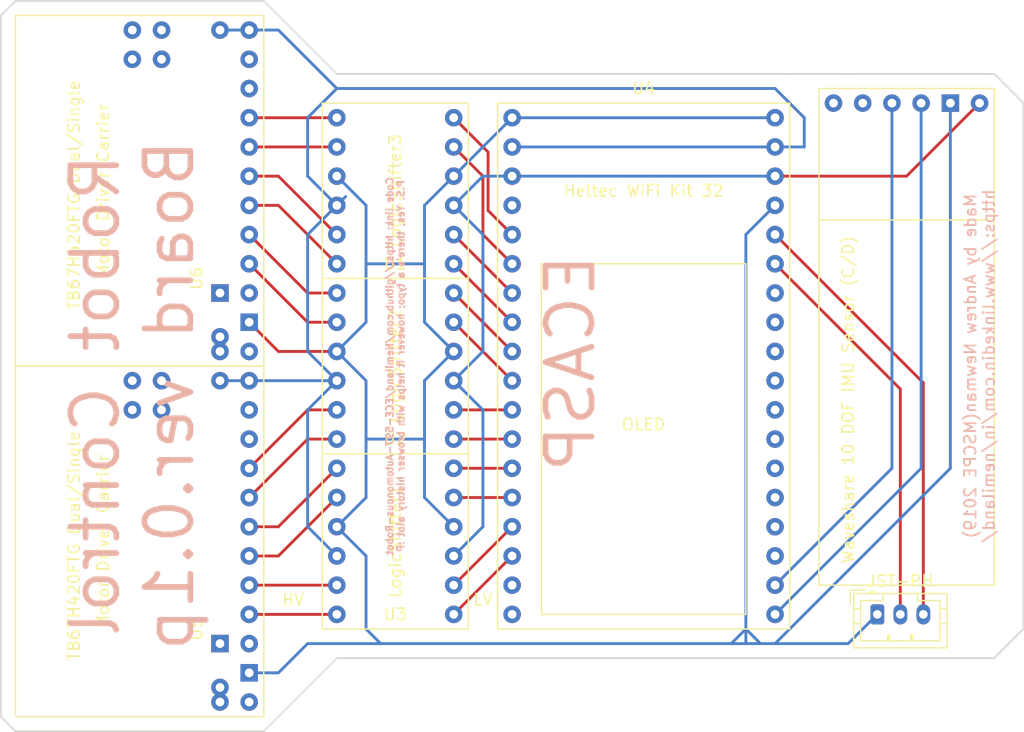
<source format=kicad_pcb>
(kicad_pcb (version 20171130) (host pcbnew "(5.1.2)-2")

  (general
    (thickness 1.6)
    (drawings 24)
    (tracks 115)
    (zones 0)
    (modules 12)
    (nets 58)
  )

  (page A4)
  (layers
    (0 F.Cu signal)
    (31 B.Cu signal)
    (32 B.Adhes user)
    (33 F.Adhes user)
    (34 B.Paste user)
    (35 F.Paste user)
    (36 B.SilkS user)
    (37 F.SilkS user)
    (38 B.Mask user)
    (39 F.Mask user)
    (40 Dwgs.User user)
    (41 Cmts.User user)
    (42 Eco1.User user)
    (43 Eco2.User user)
    (44 Edge.Cuts user)
    (45 Margin user)
    (46 B.CrtYd user)
    (47 F.CrtYd user)
    (48 B.Fab user)
    (49 F.Fab user)
  )

  (setup
    (last_trace_width 0.25)
    (trace_clearance 0.2)
    (zone_clearance 0.508)
    (zone_45_only no)
    (trace_min 0.2)
    (via_size 0.8)
    (via_drill 0.4)
    (via_min_size 0.4)
    (via_min_drill 0.3)
    (uvia_size 0.3)
    (uvia_drill 0.1)
    (uvias_allowed no)
    (uvia_min_size 0.2)
    (uvia_min_drill 0.1)
    (edge_width 0.15)
    (segment_width 0.2)
    (pcb_text_width 0.3)
    (pcb_text_size 1.5 1.5)
    (mod_edge_width 0.15)
    (mod_text_size 1 1)
    (mod_text_width 0.15)
    (pad_size 3 3)
    (pad_drill 3)
    (pad_to_mask_clearance 0.2)
    (aux_axis_origin 0 0)
    (grid_origin 55.08 144.93)
    (visible_elements 7FFFFFFF)
    (pcbplotparams
      (layerselection 0x010f0_ffffffff)
      (usegerberextensions false)
      (usegerberattributes false)
      (usegerberadvancedattributes true)
      (creategerberjobfile false)
      (excludeedgelayer false)
      (linewidth 0.100000)
      (plotframeref false)
      (viasonmask false)
      (mode 1)
      (useauxorigin true)
      (hpglpennumber 1)
      (hpglpenspeed 20)
      (hpglpendiameter 15.000000)
      (psnegative false)
      (psa4output false)
      (plotreference true)
      (plotvalue true)
      (plotinvisibletext false)
      (padsonsilk false)
      (subtractmaskfromsilk false)
      (outputformat 1)
      (mirror false)
      (drillshape 0)
      (scaleselection 1)
      (outputdirectory "ECE 597 PCB Gerber/"))
  )

  (net 0 "")
  (net 1 "Net-(MK1-Pad1)")
  (net 2 "Net-(MK2-Pad1)")
  (net 3 "Net-(MK3-Pad1)")
  (net 4 "Net-(U1-Pad1)")
  (net 5 "Net-(U1-Pad2)")
  (net 6 "Net-(U1-Pad3)")
  (net 7 "Net-(U1-Pad5)")
  (net 8 "Net-(U1-Pad6)")
  (net 9 "Net-(U1-Pad7)")
  (net 10 "Net-(U1-Pad8)")
  (net 11 "Net-(U1-Pad10)")
  (net 12 "Net-(U1-Pad11)")
  (net 13 "Net-(U1-Pad12)")
  (net 14 "Net-(U2-Pad12)")
  (net 15 "Net-(U2-Pad11)")
  (net 16 "Net-(U2-Pad8)")
  (net 17 "Net-(U2-Pad7)")
  (net 18 "Net-(U2-Pad6)")
  (net 19 "Net-(U2-Pad5)")
  (net 20 "Net-(U2-Pad2)")
  (net 21 "Net-(U2-Pad1)")
  (net 22 "Net-(U3-Pad1)")
  (net 23 "Net-(U3-Pad2)")
  (net 24 "Net-(U3-Pad5)")
  (net 25 "Net-(U3-Pad6)")
  (net 26 "Net-(U3-Pad7)")
  (net 27 "Net-(U3-Pad8)")
  (net 28 "Net-(U3-Pad11)")
  (net 29 "Net-(U3-Pad12)")
  (net 30 "Net-(U4-Pad4)")
  (net 31 "Net-(U4-Pad17)")
  (net 32 "Net-(U4-Pad18)")
  (net 33 "Net-(U4-Pad19)")
  (net 34 "Net-(U4-Pad20)")
  (net 35 "Net-(U4-Pad21)")
  (net 36 "Net-(U4-Pad22)")
  (net 37 "Net-(U4-Pad23)")
  (net 38 "Net-(U4-Pad24)")
  (net 39 "Net-(U4-Pad25)")
  (net 40 "Net-(U4-Pad26)")
  (net 41 "Net-(U4-Pad27)")
  (net 42 "Net-(U4-Pad28)")
  (net 43 "Net-(U4-Pad29)")
  (net 44 "Net-(U4-Pad30)")
  (net 45 "Net-(U5-Pad0)")
  (net 46 "Net-(U5-Pad2)")
  (net 47 "Net-(U5-Pad9)")
  (net 48 "Net-(U5-Pad10)")
  (net 49 "Net-(U6-Pad10)")
  (net 50 "Net-(U6-Pad9)")
  (net 51 "Net-(U6-Pad2)")
  (net 52 "Net-(U6-Pad0)")
  (net 53 "Net-(J1-Pad2)")
  (net 54 "Net-(J1-Pad3)")
  (net 55 "Net-(J1-Pad1)")
  (net 56 "Net-(U7-Pad1)")
  (net 57 "Net-(U7-Pad2)")

  (net_class Default "This is the default net class."
    (clearance 0.2)
    (trace_width 0.25)
    (via_dia 0.8)
    (via_drill 0.4)
    (uvia_dia 0.3)
    (uvia_drill 0.1)
    (add_net "Net-(J1-Pad1)")
    (add_net "Net-(J1-Pad2)")
    (add_net "Net-(J1-Pad3)")
    (add_net "Net-(MK1-Pad1)")
    (add_net "Net-(MK2-Pad1)")
    (add_net "Net-(MK3-Pad1)")
    (add_net "Net-(U1-Pad1)")
    (add_net "Net-(U1-Pad10)")
    (add_net "Net-(U1-Pad11)")
    (add_net "Net-(U1-Pad12)")
    (add_net "Net-(U1-Pad2)")
    (add_net "Net-(U1-Pad3)")
    (add_net "Net-(U1-Pad5)")
    (add_net "Net-(U1-Pad6)")
    (add_net "Net-(U1-Pad7)")
    (add_net "Net-(U1-Pad8)")
    (add_net "Net-(U2-Pad1)")
    (add_net "Net-(U2-Pad11)")
    (add_net "Net-(U2-Pad12)")
    (add_net "Net-(U2-Pad2)")
    (add_net "Net-(U2-Pad5)")
    (add_net "Net-(U2-Pad6)")
    (add_net "Net-(U2-Pad7)")
    (add_net "Net-(U2-Pad8)")
    (add_net "Net-(U3-Pad1)")
    (add_net "Net-(U3-Pad11)")
    (add_net "Net-(U3-Pad12)")
    (add_net "Net-(U3-Pad2)")
    (add_net "Net-(U3-Pad5)")
    (add_net "Net-(U3-Pad6)")
    (add_net "Net-(U3-Pad7)")
    (add_net "Net-(U3-Pad8)")
    (add_net "Net-(U4-Pad17)")
    (add_net "Net-(U4-Pad18)")
    (add_net "Net-(U4-Pad19)")
    (add_net "Net-(U4-Pad20)")
    (add_net "Net-(U4-Pad21)")
    (add_net "Net-(U4-Pad22)")
    (add_net "Net-(U4-Pad23)")
    (add_net "Net-(U4-Pad24)")
    (add_net "Net-(U4-Pad25)")
    (add_net "Net-(U4-Pad26)")
    (add_net "Net-(U4-Pad27)")
    (add_net "Net-(U4-Pad28)")
    (add_net "Net-(U4-Pad29)")
    (add_net "Net-(U4-Pad30)")
    (add_net "Net-(U4-Pad4)")
    (add_net "Net-(U5-Pad0)")
    (add_net "Net-(U5-Pad10)")
    (add_net "Net-(U5-Pad2)")
    (add_net "Net-(U5-Pad9)")
    (add_net "Net-(U6-Pad0)")
    (add_net "Net-(U6-Pad10)")
    (add_net "Net-(U6-Pad2)")
    (add_net "Net-(U6-Pad9)")
    (add_net "Net-(U7-Pad1)")
    (add_net "Net-(U7-Pad2)")
  )

  (module Mounting_Holes:MountingHole_2.7mm (layer F.Cu) (tedit 5A6CF9D1) (tstamp 5D362FD0)
    (at 128.74 86.51)
    (descr "Mounting Hole 2.7mm, no annular")
    (tags "mounting hole 2.7mm no annular")
    (path /5A6D003F)
    (fp_text reference MK4 (at 0 -3.7) (layer F.SilkS) hide
      (effects (font (size 1 1) (thickness 0.15)))
    )
    (fp_text value Mounting_Hole_PAD (at 0 3.7) (layer F.Fab) hide
      (effects (font (size 1 1) (thickness 0.15)))
    )
    (fp_circle (center 0 0) (end 2.95 0) (layer F.CrtYd) (width 0.05))
    (fp_circle (center 0 0) (end 2.7 0) (layer Cmts.User) (width 0.15))
    (pad 1 np_thru_hole circle (at 0 0) (size 2.7 2.7) (drill 2.7) (layers *.Cu *.Mask))
  )

  (module "ECE 597 PCB:MotCon" (layer F.Cu) (tedit 5D3245A2) (tstamp 5D362115)
    (at 89.37 90.32 90)
    (path /5D365CE6)
    (fp_text reference U6 (at 0 0.5 90) (layer F.SilkS)
      (effects (font (size 1 1) (thickness 0.15)))
    )
    (fp_text value MC2 (at 7.62 2.54 90) (layer F.Fab)
      (effects (font (size 1 1) (thickness 0.15)))
    )
    (fp_text user "Motor Driver Carrier" (at 7.62 -7.62 270) (layer F.SilkS)
      (effects (font (size 1 1) (thickness 0.15)))
    )
    (fp_text user "TB67H420FTG Dual/Single " (at 7.62 -10.16 90) (layer F.SilkS)
      (effects (font (size 1 1) (thickness 0.15)))
    )
    (fp_line (start -7.62 -15.24) (end -7.62 6.35) (layer F.SilkS) (width 0.12))
    (fp_line (start 22.86 -15.24) (end -7.62 -15.24) (layer F.SilkS) (width 0.12))
    (fp_line (start 22.86 6.35) (end 22.86 -15.24) (layer F.SilkS) (width 0.12))
    (fp_line (start -7.62 6.35) (end 22.86 6.35) (layer F.SilkS) (width 0.12))
    (pad 19 thru_hole rect (at -1.27 2.54 90) (size 1.524 1.524) (drill 0.762) (layers *.Cu *.Mask))
    (pad 18 thru_hole circle (at -5.08 2.54 90) (size 1.524 1.524) (drill 0.762) (layers *.Cu *.Mask))
    (pad 17 thru_hole circle (at -6.35 2.54 90) (size 1.524 1.524) (drill 0.762) (layers *.Cu *.Mask))
    (pad 16 thru_hole circle (at 21.59 -5.08 90) (size 1.524 1.524) (drill 0.762) (layers *.Cu *.Mask))
    (pad 15 thru_hole circle (at 19.05 -5.08 90) (size 1.524 1.524) (drill 0.762) (layers *.Cu *.Mask))
    (pad 14 thru_hole circle (at 19.05 -2.54 90) (size 1.524 1.524) (drill 0.762) (layers *.Cu *.Mask))
    (pad 13 thru_hole circle (at 21.59 -2.54 90) (size 1.524 1.524) (drill 0.762) (layers *.Cu *.Mask))
    (pad 12 thru_hole circle (at 21.59 2.54 90) (size 1.524 1.524) (drill 0.762) (layers *.Cu *.Mask)
      (net 11 "Net-(U1-Pad10)"))
    (pad 11 thru_hole circle (at 21.59 5.08 90) (size 1.524 1.524) (drill 0.762) (layers *.Cu *.Mask)
      (net 11 "Net-(U1-Pad10)"))
    (pad 10 thru_hole circle (at 19.05 5.08 90) (size 1.524 1.524) (drill 0.762) (layers *.Cu *.Mask)
      (net 49 "Net-(U6-Pad10)"))
    (pad 9 thru_hole circle (at 16.51 5.08 90) (size 1.524 1.524) (drill 0.762) (layers *.Cu *.Mask)
      (net 50 "Net-(U6-Pad9)"))
    (pad 8 thru_hole circle (at 13.97 5.08 90) (size 1.524 1.524) (drill 0.762) (layers *.Cu *.Mask)
      (net 9 "Net-(U1-Pad7)"))
    (pad 7 thru_hole circle (at 11.43 5.08 90) (size 1.524 1.524) (drill 0.762) (layers *.Cu *.Mask)
      (net 10 "Net-(U1-Pad8)"))
    (pad 6 thru_hole circle (at 8.89 5.08 90) (size 1.524 1.524) (drill 0.762) (layers *.Cu *.Mask)
      (net 12 "Net-(U1-Pad11)"))
    (pad 5 thru_hole circle (at 6.35 5.08 90) (size 1.524 1.524) (drill 0.762) (layers *.Cu *.Mask)
      (net 13 "Net-(U1-Pad12)"))
    (pad 4 thru_hole circle (at 3.81 5.08 90) (size 1.524 1.524) (drill 0.762) (layers *.Cu *.Mask)
      (net 17 "Net-(U2-Pad7)"))
    (pad 3 thru_hole circle (at 1.27 5.08 90) (size 1.524 1.524) (drill 0.762) (layers *.Cu *.Mask)
      (net 16 "Net-(U2-Pad8)"))
    (pad 2 thru_hole circle (at -1.27 5.08 90) (size 1.524 1.524) (drill 0.762) (layers *.Cu *.Mask)
      (net 51 "Net-(U6-Pad2)"))
    (pad 1 thru_hole rect (at -3.81 5.08 90) (size 1.524 1.524) (drill 0.762) (layers *.Cu *.Mask)
      (net 55 "Net-(J1-Pad1)"))
    (pad 0 thru_hole circle (at -6.35 5.08 90) (size 1.524 1.524) (drill 0.762) (layers *.Cu *.Mask)
      (net 52 "Net-(U6-Pad0)"))
  )

  (module "ECE 597 PCB:MotCon" (layer F.Cu) (tedit 5D3245A2) (tstamp 5D3620F7)
    (at 89.37 120.8 90)
    (path /5D3659D7)
    (fp_text reference U5 (at 0 0.5 90) (layer F.SilkS)
      (effects (font (size 1 1) (thickness 0.15)))
    )
    (fp_text value MC1 (at 7.62 2.54 90) (layer F.Fab)
      (effects (font (size 1 1) (thickness 0.15)))
    )
    (fp_text user "Motor Driver Carrier" (at 7.62 -7.62 90) (layer F.SilkS)
      (effects (font (size 1 1) (thickness 0.15)))
    )
    (fp_text user "TB67H420FTG Dual/Single " (at 7.62 -10.16 90) (layer F.SilkS)
      (effects (font (size 1 1) (thickness 0.15)))
    )
    (fp_line (start -7.62 -15.24) (end -7.62 6.35) (layer F.SilkS) (width 0.12))
    (fp_line (start 22.86 -15.24) (end -7.62 -15.24) (layer F.SilkS) (width 0.12))
    (fp_line (start 22.86 6.35) (end 22.86 -15.24) (layer F.SilkS) (width 0.12))
    (fp_line (start -7.62 6.35) (end 22.86 6.35) (layer F.SilkS) (width 0.12))
    (pad 19 thru_hole rect (at -1.27 2.54 90) (size 1.524 1.524) (drill 0.762) (layers *.Cu *.Mask))
    (pad 18 thru_hole circle (at -5.08 2.54 90) (size 1.524 1.524) (drill 0.762) (layers *.Cu *.Mask))
    (pad 17 thru_hole circle (at -6.35 2.54 90) (size 1.524 1.524) (drill 0.762) (layers *.Cu *.Mask))
    (pad 16 thru_hole circle (at 21.59 -5.08 90) (size 1.524 1.524) (drill 0.762) (layers *.Cu *.Mask))
    (pad 15 thru_hole circle (at 19.05 -5.08 90) (size 1.524 1.524) (drill 0.762) (layers *.Cu *.Mask))
    (pad 14 thru_hole circle (at 19.05 -2.54 90) (size 1.524 1.524) (drill 0.762) (layers *.Cu *.Mask))
    (pad 13 thru_hole circle (at 21.59 -2.54 90) (size 1.524 1.524) (drill 0.762) (layers *.Cu *.Mask))
    (pad 12 thru_hole circle (at 21.59 2.54 90) (size 1.524 1.524) (drill 0.762) (layers *.Cu *.Mask)
      (net 11 "Net-(U1-Pad10)"))
    (pad 11 thru_hole circle (at 21.59 5.08 90) (size 1.524 1.524) (drill 0.762) (layers *.Cu *.Mask)
      (net 11 "Net-(U1-Pad10)"))
    (pad 10 thru_hole circle (at 19.05 5.08 90) (size 1.524 1.524) (drill 0.762) (layers *.Cu *.Mask)
      (net 48 "Net-(U5-Pad10)"))
    (pad 9 thru_hole circle (at 16.51 5.08 90) (size 1.524 1.524) (drill 0.762) (layers *.Cu *.Mask)
      (net 47 "Net-(U5-Pad9)"))
    (pad 8 thru_hole circle (at 13.97 5.08 90) (size 1.524 1.524) (drill 0.762) (layers *.Cu *.Mask)
      (net 15 "Net-(U2-Pad11)"))
    (pad 7 thru_hole circle (at 11.43 5.08 90) (size 1.524 1.524) (drill 0.762) (layers *.Cu *.Mask)
      (net 14 "Net-(U2-Pad12)"))
    (pad 6 thru_hole circle (at 8.89 5.08 90) (size 1.524 1.524) (drill 0.762) (layers *.Cu *.Mask)
      (net 26 "Net-(U3-Pad7)"))
    (pad 5 thru_hole circle (at 6.35 5.08 90) (size 1.524 1.524) (drill 0.762) (layers *.Cu *.Mask)
      (net 27 "Net-(U3-Pad8)"))
    (pad 4 thru_hole circle (at 3.81 5.08 90) (size 1.524 1.524) (drill 0.762) (layers *.Cu *.Mask)
      (net 28 "Net-(U3-Pad11)"))
    (pad 3 thru_hole circle (at 1.27 5.08 90) (size 1.524 1.524) (drill 0.762) (layers *.Cu *.Mask)
      (net 29 "Net-(U3-Pad12)"))
    (pad 2 thru_hole circle (at -1.27 5.08 90) (size 1.524 1.524) (drill 0.762) (layers *.Cu *.Mask)
      (net 46 "Net-(U5-Pad2)"))
    (pad 1 thru_hole rect (at -3.81 5.08 90) (size 1.524 1.524) (drill 0.762) (layers *.Cu *.Mask)
      (net 55 "Net-(J1-Pad1)"))
    (pad 0 thru_hole circle (at -6.35 5.08 90) (size 1.524 1.524) (drill 0.762) (layers *.Cu *.Mask)
      (net 45 "Net-(U5-Pad0)"))
  )

  (module "ECE 597 PCB:WiFiKit32" (layer F.Cu) (tedit 5D32448B) (tstamp 5D32D7EE)
    (at 122.39 75.08)
    (path /5D32D1D2)
    (fp_text reference U4 (at 6.35 -1.27) (layer F.SilkS)
      (effects (font (size 1 1) (thickness 0.15)))
    )
    (fp_text value WiFiKit32 (at 6.35 2.54) (layer F.Fab)
      (effects (font (size 1 1) (thickness 0.15)))
    )
    (fp_line (start -6.35 0) (end 19.05 0) (layer F.SilkS) (width 0.12))
    (fp_line (start 19.05 0) (end 19.05 45.72) (layer F.SilkS) (width 0.12))
    (fp_line (start 19.05 45.72) (end -6.35 45.72) (layer F.SilkS) (width 0.12))
    (fp_line (start -6.35 45.72) (end -6.35 0) (layer F.SilkS) (width 0.12))
    (fp_line (start -2.54 44.45) (end 15.24 44.45) (layer F.SilkS) (width 0.12))
    (fp_line (start 15.24 44.45) (end 15.24 13.97) (layer F.SilkS) (width 0.12))
    (fp_line (start 15.24 13.97) (end -2.54 13.97) (layer F.SilkS) (width 0.12))
    (fp_line (start -2.54 13.97) (end -2.54 44.45) (layer F.SilkS) (width 0.12))
    (fp_text user OLED (at 6.35 27.94) (layer F.SilkS)
      (effects (font (size 1 1) (thickness 0.15)))
    )
    (fp_text user "Heltec WiFi Kit 32" (at 6.35 7.62) (layer F.SilkS)
      (effects (font (size 1 1) (thickness 0.15)))
    )
    (pad 1 thru_hole circle (at -5.08 1.27) (size 1.524 1.524) (drill 0.762) (layers *.Cu *.Mask)
      (net 55 "Net-(J1-Pad1)"))
    (pad 2 thru_hole circle (at -5.08 3.81) (size 1.524 1.524) (drill 0.762) (layers *.Cu *.Mask)
      (net 11 "Net-(U1-Pad10)"))
    (pad 3 thru_hole circle (at -5.08 6.35) (size 1.524 1.524) (drill 0.762) (layers *.Cu *.Mask)
      (net 6 "Net-(U1-Pad3)"))
    (pad 4 thru_hole circle (at -5.08 8.89) (size 1.524 1.524) (drill 0.762) (layers *.Cu *.Mask)
      (net 30 "Net-(U4-Pad4)"))
    (pad 5 thru_hole circle (at -5.08 11.43) (size 1.524 1.524) (drill 0.762) (layers *.Cu *.Mask)
      (net 8 "Net-(U1-Pad6)"))
    (pad 6 thru_hole circle (at -5.08 13.97) (size 1.524 1.524) (drill 0.762) (layers *.Cu *.Mask)
      (net 7 "Net-(U1-Pad5)"))
    (pad 7 thru_hole circle (at -5.08 16.51) (size 1.524 1.524) (drill 0.762) (layers *.Cu *.Mask)
      (net 5 "Net-(U1-Pad2)"))
    (pad 8 thru_hole circle (at -5.08 19.05) (size 1.524 1.524) (drill 0.762) (layers *.Cu *.Mask)
      (net 4 "Net-(U1-Pad1)"))
    (pad 9 thru_hole circle (at -5.08 21.59) (size 1.524 1.524) (drill 0.762) (layers *.Cu *.Mask)
      (net 18 "Net-(U2-Pad6)"))
    (pad 10 thru_hole circle (at -5.08 24.13) (size 1.524 1.524) (drill 0.762) (layers *.Cu *.Mask)
      (net 19 "Net-(U2-Pad5)"))
    (pad 11 thru_hole circle (at -5.08 26.67) (size 1.524 1.524) (drill 0.762) (layers *.Cu *.Mask)
      (net 20 "Net-(U2-Pad2)"))
    (pad 12 thru_hole circle (at -5.08 29.21) (size 1.524 1.524) (drill 0.762) (layers *.Cu *.Mask)
      (net 21 "Net-(U2-Pad1)"))
    (pad 13 thru_hole circle (at -5.08 31.75) (size 1.524 1.524) (drill 0.762) (layers *.Cu *.Mask)
      (net 25 "Net-(U3-Pad6)"))
    (pad 14 thru_hole circle (at -5.08 34.29) (size 1.524 1.524) (drill 0.762) (layers *.Cu *.Mask)
      (net 24 "Net-(U3-Pad5)"))
    (pad 15 thru_hole circle (at -5.08 36.83) (size 1.524 1.524) (drill 0.762) (layers *.Cu *.Mask)
      (net 23 "Net-(U3-Pad2)"))
    (pad 16 thru_hole circle (at -5.08 39.37) (size 1.524 1.524) (drill 0.762) (layers *.Cu *.Mask)
      (net 22 "Net-(U3-Pad1)"))
    (pad 17 thru_hole circle (at -5.08 41.91) (size 1.524 1.524) (drill 0.762) (layers *.Cu *.Mask)
      (net 31 "Net-(U4-Pad17)"))
    (pad 18 thru_hole circle (at -5.08 44.45) (size 1.524 1.524) (drill 0.762) (layers *.Cu *.Mask)
      (net 32 "Net-(U4-Pad18)"))
    (pad 19 thru_hole circle (at 17.78 44.45) (size 1.524 1.524) (drill 0.762) (layers *.Cu *.Mask)
      (net 33 "Net-(U4-Pad19)"))
    (pad 20 thru_hole circle (at 17.78 41.91) (size 1.524 1.524) (drill 0.762) (layers *.Cu *.Mask)
      (net 34 "Net-(U4-Pad20)"))
    (pad 21 thru_hole circle (at 17.78 39.37) (size 1.524 1.524) (drill 0.762) (layers *.Cu *.Mask)
      (net 35 "Net-(U4-Pad21)"))
    (pad 22 thru_hole circle (at 17.78 36.83) (size 1.524 1.524) (drill 0.762) (layers *.Cu *.Mask)
      (net 36 "Net-(U4-Pad22)"))
    (pad 23 thru_hole circle (at 17.78 34.29) (size 1.524 1.524) (drill 0.762) (layers *.Cu *.Mask)
      (net 37 "Net-(U4-Pad23)"))
    (pad 24 thru_hole circle (at 17.78 31.75) (size 1.524 1.524) (drill 0.762) (layers *.Cu *.Mask)
      (net 38 "Net-(U4-Pad24)"))
    (pad 25 thru_hole circle (at 17.78 29.21) (size 1.524 1.524) (drill 0.762) (layers *.Cu *.Mask)
      (net 39 "Net-(U4-Pad25)"))
    (pad 26 thru_hole circle (at 17.78 26.67) (size 1.524 1.524) (drill 0.762) (layers *.Cu *.Mask)
      (net 40 "Net-(U4-Pad26)"))
    (pad 27 thru_hole circle (at 17.78 24.13) (size 1.524 1.524) (drill 0.762) (layers *.Cu *.Mask)
      (net 41 "Net-(U4-Pad27)"))
    (pad 28 thru_hole circle (at 17.78 21.59) (size 1.524 1.524) (drill 0.762) (layers *.Cu *.Mask)
      (net 42 "Net-(U4-Pad28)"))
    (pad 29 thru_hole circle (at 17.78 19.05) (size 1.524 1.524) (drill 0.762) (layers *.Cu *.Mask)
      (net 43 "Net-(U4-Pad29)"))
    (pad 30 thru_hole circle (at 17.78 16.51) (size 1.524 1.524) (drill 0.762) (layers *.Cu *.Mask)
      (net 44 "Net-(U4-Pad30)"))
    (pad 31 thru_hole circle (at 17.78 13.97) (size 1.524 1.524) (drill 0.762) (layers *.Cu *.Mask)
      (net 53 "Net-(J1-Pad2)"))
    (pad 32 thru_hole circle (at 17.78 11.43) (size 1.524 1.524) (drill 0.762) (layers *.Cu *.Mask)
      (net 54 "Net-(J1-Pad3)"))
    (pad 33 thru_hole circle (at 17.78 8.89) (size 1.524 1.524) (drill 0.762) (layers *.Cu *.Mask)
      (net 55 "Net-(J1-Pad1)"))
    (pad 34 thru_hole circle (at 17.78 6.35) (size 1.524 1.524) (drill 0.762) (layers *.Cu *.Mask)
      (net 6 "Net-(U1-Pad3)"))
    (pad 35 thru_hole circle (at 17.78 3.81) (size 1.524 1.524) (drill 0.762) (layers *.Cu *.Mask)
      (net 11 "Net-(U1-Pad10)"))
    (pad 36 thru_hole circle (at 17.78 1.27) (size 1.524 1.524) (drill 0.762) (layers *.Cu *.Mask)
      (net 55 "Net-(J1-Pad1)"))
  )

  (module Mounting_Holes:MountingHole_2.7mm (layer F.Cu) (tedit 5A6CF9C5) (tstamp 597559B3)
    (at 76.67 125.88)
    (descr "Mounting Hole 2.7mm, no annular")
    (tags "mounting hole 2.7mm no annular")
    (path /5A6CFFFA)
    (fp_text reference MK3 (at 0 -3.7) (layer F.SilkS) hide
      (effects (font (size 1 1) (thickness 0.15)))
    )
    (fp_text value Mounting_Hole_PAD (at 0 3.7) (layer F.Fab) hide
      (effects (font (size 1 1) (thickness 0.15)))
    )
    (fp_circle (center 0 0) (end 2.7 0) (layer Cmts.User) (width 0.15))
    (fp_circle (center 0 0) (end 2.95 0) (layer F.CrtYd) (width 0.05))
    (pad 1 np_thru_hole circle (at 0 0) (size 2.7 2.7) (drill 2.7) (layers *.Cu *.Mask)
      (net 3 "Net-(MK3-Pad1)"))
  )

  (module Mounting_Holes:MountingHole_2.7mm (layer F.Cu) (tedit 5A6CF9B3) (tstamp 59755B13)
    (at 76.67 70)
    (descr "Mounting Hole 2.7mm, no annular")
    (tags "mounting hole 2.7mm no annular")
    (path /5A6CFED2)
    (fp_text reference MK1 (at 0 -3.7) (layer F.SilkS) hide
      (effects (font (size 1 1) (thickness 0.15)))
    )
    (fp_text value Mounting_Hole_PAD (at 0 3.7) (layer F.Fab) hide
      (effects (font (size 1 1) (thickness 0.15)))
    )
    (fp_circle (center 0 0) (end 2.7 0) (layer Cmts.User) (width 0.15))
    (fp_circle (center 0 0) (end 2.95 0) (layer F.CrtYd) (width 0.05))
    (pad 1 np_thru_hole circle (at 0 0) (size 2.7 2.7) (drill 2.7) (layers *.Cu *.Mask)
      (net 1 "Net-(MK1-Pad1)"))
  )

  (module Mounting_Holes:MountingHole_2.7mm (layer F.Cu) (tedit 5A6CF9BC) (tstamp 59755F56)
    (at 128.74 109.37)
    (descr "Mounting Hole 2.7mm, no annular")
    (tags "mounting hole 2.7mm no annular")
    (path /5A6CFF98)
    (fp_text reference MK2 (at 0 -3.7) (layer F.SilkS) hide
      (effects (font (size 1 1) (thickness 0.15)))
    )
    (fp_text value Mounting_Hole_PAD (at 0 3.7) (layer F.Fab) hide
      (effects (font (size 1 1) (thickness 0.15)))
    )
    (fp_circle (center 0 0) (end 2.7 0) (layer Cmts.User) (width 0.15))
    (fp_circle (center 0 0) (end 2.95 0) (layer F.CrtYd) (width 0.05))
    (pad 1 np_thru_hole circle (at 0 0) (size 2.7 2.7) (drill 2.7) (layers *.Cu *.Mask)
      (net 2 "Net-(MK2-Pad1)"))
  )

  (module "ECE 597 PCB:LogicShifter" (layer F.Cu) (tedit 5D32463A) (tstamp 5D32D794)
    (at 112.23 91.59 180)
    (path /5D35B3BA)
    (fp_text reference U1 (at 5.08 2.54) (layer F.SilkS)
      (effects (font (size 1 1) (thickness 0.15)))
    )
    (fp_text value LogicShifter3 (at 5.08 8.89 90) (layer F.SilkS)
      (effects (font (size 1 1) (thickness 0.15)))
    )
    (fp_line (start -1.27 1.27) (end -1.27 16.51) (layer F.SilkS) (width 0.12))
    (fp_line (start -1.27 16.51) (end 11.43 16.51) (layer F.SilkS) (width 0.12))
    (fp_line (start 11.43 16.51) (end 11.43 1.27) (layer F.SilkS) (width 0.12))
    (fp_line (start 11.43 1.27) (end -1.27 1.27) (layer F.SilkS) (width 0.12))
    (pad 1 thru_hole circle (at 0 2.54 180) (size 1.524 1.524) (drill 0.762) (layers *.Cu *.Mask)
      (net 4 "Net-(U1-Pad1)"))
    (pad 2 thru_hole circle (at 0 5.08 180) (size 1.524 1.524) (drill 0.762) (layers *.Cu *.Mask)
      (net 5 "Net-(U1-Pad2)"))
    (pad 3 thru_hole circle (at 0 7.62 180) (size 1.524 1.524) (drill 0.762) (layers *.Cu *.Mask)
      (net 6 "Net-(U1-Pad3)"))
    (pad 4 thru_hole circle (at 0 10.16 180) (size 1.524 1.524) (drill 0.762) (layers *.Cu *.Mask)
      (net 55 "Net-(J1-Pad1)"))
    (pad 5 thru_hole circle (at 0 12.7 180) (size 1.524 1.524) (drill 0.762) (layers *.Cu *.Mask)
      (net 7 "Net-(U1-Pad5)"))
    (pad 6 thru_hole circle (at 0 15.24 180) (size 1.524 1.524) (drill 0.762) (layers *.Cu *.Mask)
      (net 8 "Net-(U1-Pad6)"))
    (pad 7 thru_hole circle (at 10.16 15.24 180) (size 1.524 1.524) (drill 0.762) (layers *.Cu *.Mask)
      (net 9 "Net-(U1-Pad7)"))
    (pad 8 thru_hole circle (at 10.16 12.7 180) (size 1.524 1.524) (drill 0.762) (layers *.Cu *.Mask)
      (net 10 "Net-(U1-Pad8)"))
    (pad 9 thru_hole circle (at 10.16 10.16 180) (size 1.524 1.524) (drill 0.762) (layers *.Cu *.Mask)
      (net 55 "Net-(J1-Pad1)"))
    (pad 10 thru_hole circle (at 10.16 7.62 180) (size 1.524 1.524) (drill 0.762) (layers *.Cu *.Mask)
      (net 11 "Net-(U1-Pad10)"))
    (pad 11 thru_hole circle (at 10.16 5.08 180) (size 1.524 1.524) (drill 0.762) (layers *.Cu *.Mask)
      (net 12 "Net-(U1-Pad11)"))
    (pad 12 thru_hole circle (at 10.16 2.54 180) (size 1.524 1.524) (drill 0.762) (layers *.Cu *.Mask)
      (net 13 "Net-(U1-Pad12)"))
  )

  (module "ECE 597 PCB:LogicShifter" (layer F.Cu) (tedit 5D32463A) (tstamp 5D32D7A8)
    (at 112.23 106.83 180)
    (path /5D35A517)
    (fp_text reference U2 (at 5.08 2.54) (layer F.SilkS)
      (effects (font (size 1 1) (thickness 0.15)))
    )
    (fp_text value LogicShifter2 (at 5.08 8.89 90) (layer F.SilkS)
      (effects (font (size 1 1) (thickness 0.15)))
    )
    (fp_line (start 11.43 1.27) (end -1.27 1.27) (layer F.SilkS) (width 0.12))
    (fp_line (start 11.43 16.51) (end 11.43 1.27) (layer F.SilkS) (width 0.12))
    (fp_line (start -1.27 16.51) (end 11.43 16.51) (layer F.SilkS) (width 0.12))
    (fp_line (start -1.27 1.27) (end -1.27 16.51) (layer F.SilkS) (width 0.12))
    (pad 12 thru_hole circle (at 10.16 2.54 180) (size 1.524 1.524) (drill 0.762) (layers *.Cu *.Mask)
      (net 14 "Net-(U2-Pad12)"))
    (pad 11 thru_hole circle (at 10.16 5.08 180) (size 1.524 1.524) (drill 0.762) (layers *.Cu *.Mask)
      (net 15 "Net-(U2-Pad11)"))
    (pad 10 thru_hole circle (at 10.16 7.62 180) (size 1.524 1.524) (drill 0.762) (layers *.Cu *.Mask)
      (net 11 "Net-(U1-Pad10)"))
    (pad 9 thru_hole circle (at 10.16 10.16 180) (size 1.524 1.524) (drill 0.762) (layers *.Cu *.Mask)
      (net 55 "Net-(J1-Pad1)"))
    (pad 8 thru_hole circle (at 10.16 12.7 180) (size 1.524 1.524) (drill 0.762) (layers *.Cu *.Mask)
      (net 16 "Net-(U2-Pad8)"))
    (pad 7 thru_hole circle (at 10.16 15.24 180) (size 1.524 1.524) (drill 0.762) (layers *.Cu *.Mask)
      (net 17 "Net-(U2-Pad7)"))
    (pad 6 thru_hole circle (at 0 15.24 180) (size 1.524 1.524) (drill 0.762) (layers *.Cu *.Mask)
      (net 18 "Net-(U2-Pad6)"))
    (pad 5 thru_hole circle (at 0 12.7 180) (size 1.524 1.524) (drill 0.762) (layers *.Cu *.Mask)
      (net 19 "Net-(U2-Pad5)"))
    (pad 4 thru_hole circle (at 0 10.16 180) (size 1.524 1.524) (drill 0.762) (layers *.Cu *.Mask)
      (net 55 "Net-(J1-Pad1)"))
    (pad 3 thru_hole circle (at 0 7.62 180) (size 1.524 1.524) (drill 0.762) (layers *.Cu *.Mask)
      (net 6 "Net-(U1-Pad3)"))
    (pad 2 thru_hole circle (at 0 5.08 180) (size 1.524 1.524) (drill 0.762) (layers *.Cu *.Mask)
      (net 20 "Net-(U2-Pad2)"))
    (pad 1 thru_hole circle (at 0 2.54 180) (size 1.524 1.524) (drill 0.762) (layers *.Cu *.Mask)
      (net 21 "Net-(U2-Pad1)"))
  )

  (module "ECE 597 PCB:LogicShifter" (layer F.Cu) (tedit 5D32463A) (tstamp 5D32D7BC)
    (at 112.23 122.07 180)
    (path /5D358CE4)
    (fp_text reference U3 (at 5.08 2.54) (layer F.SilkS)
      (effects (font (size 1 1) (thickness 0.15)))
    )
    (fp_text value LogicShifter1 (at 5.08 8.89 90) (layer F.SilkS)
      (effects (font (size 1 1) (thickness 0.15)))
    )
    (fp_line (start -1.27 1.27) (end -1.27 16.51) (layer F.SilkS) (width 0.12))
    (fp_line (start -1.27 16.51) (end 11.43 16.51) (layer F.SilkS) (width 0.12))
    (fp_line (start 11.43 16.51) (end 11.43 1.27) (layer F.SilkS) (width 0.12))
    (fp_line (start 11.43 1.27) (end -1.27 1.27) (layer F.SilkS) (width 0.12))
    (pad 1 thru_hole circle (at 0 2.54 180) (size 1.524 1.524) (drill 0.762) (layers *.Cu *.Mask)
      (net 22 "Net-(U3-Pad1)"))
    (pad 2 thru_hole circle (at 0 5.08 180) (size 1.524 1.524) (drill 0.762) (layers *.Cu *.Mask)
      (net 23 "Net-(U3-Pad2)"))
    (pad 3 thru_hole circle (at 0 7.62 180) (size 1.524 1.524) (drill 0.762) (layers *.Cu *.Mask)
      (net 6 "Net-(U1-Pad3)"))
    (pad 4 thru_hole circle (at 0 10.16 180) (size 1.524 1.524) (drill 0.762) (layers *.Cu *.Mask)
      (net 55 "Net-(J1-Pad1)"))
    (pad 5 thru_hole circle (at 0 12.7 180) (size 1.524 1.524) (drill 0.762) (layers *.Cu *.Mask)
      (net 24 "Net-(U3-Pad5)"))
    (pad 6 thru_hole circle (at 0 15.24 180) (size 1.524 1.524) (drill 0.762) (layers *.Cu *.Mask)
      (net 25 "Net-(U3-Pad6)"))
    (pad 7 thru_hole circle (at 10.16 15.24 180) (size 1.524 1.524) (drill 0.762) (layers *.Cu *.Mask)
      (net 26 "Net-(U3-Pad7)"))
    (pad 8 thru_hole circle (at 10.16 12.7 180) (size 1.524 1.524) (drill 0.762) (layers *.Cu *.Mask)
      (net 27 "Net-(U3-Pad8)"))
    (pad 9 thru_hole circle (at 10.16 10.16 180) (size 1.524 1.524) (drill 0.762) (layers *.Cu *.Mask)
      (net 55 "Net-(J1-Pad1)"))
    (pad 10 thru_hole circle (at 10.16 7.62 180) (size 1.524 1.524) (drill 0.762) (layers *.Cu *.Mask)
      (net 11 "Net-(U1-Pad10)"))
    (pad 11 thru_hole circle (at 10.16 5.08 180) (size 1.524 1.524) (drill 0.762) (layers *.Cu *.Mask)
      (net 28 "Net-(U3-Pad11)"))
    (pad 12 thru_hole circle (at 10.16 2.54 180) (size 1.524 1.524) (drill 0.762) (layers *.Cu *.Mask)
      (net 29 "Net-(U3-Pad12)"))
  )

  (module Connector_JST:JST_PH_B3B-PH-K_1x03_P2.00mm_Vertical (layer F.Cu) (tedit 5B7745C2) (tstamp 5D37664A)
    (at 149.06 119.53)
    (descr "JST PH series connector, B3B-PH-K (http://www.jst-mfg.com/product/pdf/eng/ePH.pdf), generated with kicad-footprint-generator")
    (tags "connector JST PH side entry")
    (path /5D39E018)
    (fp_text reference JST-PH (at 2 -2.9) (layer F.SilkS)
      (effects (font (size 1 1) (thickness 0.15)))
    )
    (fp_text value Conn_01x03 (at 2 4) (layer F.Fab)
      (effects (font (size 1 1) (thickness 0.15)))
    )
    (fp_line (start -2.06 -1.81) (end -2.06 2.91) (layer F.SilkS) (width 0.12))
    (fp_line (start -2.06 2.91) (end 6.06 2.91) (layer F.SilkS) (width 0.12))
    (fp_line (start 6.06 2.91) (end 6.06 -1.81) (layer F.SilkS) (width 0.12))
    (fp_line (start 6.06 -1.81) (end -2.06 -1.81) (layer F.SilkS) (width 0.12))
    (fp_line (start -0.3 -1.81) (end -0.3 -2.01) (layer F.SilkS) (width 0.12))
    (fp_line (start -0.3 -2.01) (end -0.6 -2.01) (layer F.SilkS) (width 0.12))
    (fp_line (start -0.6 -2.01) (end -0.6 -1.81) (layer F.SilkS) (width 0.12))
    (fp_line (start -0.3 -1.91) (end -0.6 -1.91) (layer F.SilkS) (width 0.12))
    (fp_line (start 0.5 -1.81) (end 0.5 -1.2) (layer F.SilkS) (width 0.12))
    (fp_line (start 0.5 -1.2) (end -1.45 -1.2) (layer F.SilkS) (width 0.12))
    (fp_line (start -1.45 -1.2) (end -1.45 2.3) (layer F.SilkS) (width 0.12))
    (fp_line (start -1.45 2.3) (end 5.45 2.3) (layer F.SilkS) (width 0.12))
    (fp_line (start 5.45 2.3) (end 5.45 -1.2) (layer F.SilkS) (width 0.12))
    (fp_line (start 5.45 -1.2) (end 3.5 -1.2) (layer F.SilkS) (width 0.12))
    (fp_line (start 3.5 -1.2) (end 3.5 -1.81) (layer F.SilkS) (width 0.12))
    (fp_line (start -2.06 -0.5) (end -1.45 -0.5) (layer F.SilkS) (width 0.12))
    (fp_line (start -2.06 0.8) (end -1.45 0.8) (layer F.SilkS) (width 0.12))
    (fp_line (start 6.06 -0.5) (end 5.45 -0.5) (layer F.SilkS) (width 0.12))
    (fp_line (start 6.06 0.8) (end 5.45 0.8) (layer F.SilkS) (width 0.12))
    (fp_line (start 0.9 2.3) (end 0.9 1.8) (layer F.SilkS) (width 0.12))
    (fp_line (start 0.9 1.8) (end 1.1 1.8) (layer F.SilkS) (width 0.12))
    (fp_line (start 1.1 1.8) (end 1.1 2.3) (layer F.SilkS) (width 0.12))
    (fp_line (start 1 2.3) (end 1 1.8) (layer F.SilkS) (width 0.12))
    (fp_line (start 2.9 2.3) (end 2.9 1.8) (layer F.SilkS) (width 0.12))
    (fp_line (start 2.9 1.8) (end 3.1 1.8) (layer F.SilkS) (width 0.12))
    (fp_line (start 3.1 1.8) (end 3.1 2.3) (layer F.SilkS) (width 0.12))
    (fp_line (start 3 2.3) (end 3 1.8) (layer F.SilkS) (width 0.12))
    (fp_line (start -1.11 -2.11) (end -2.36 -2.11) (layer F.SilkS) (width 0.12))
    (fp_line (start -2.36 -2.11) (end -2.36 -0.86) (layer F.SilkS) (width 0.12))
    (fp_line (start -1.11 -2.11) (end -2.36 -2.11) (layer F.Fab) (width 0.1))
    (fp_line (start -2.36 -2.11) (end -2.36 -0.86) (layer F.Fab) (width 0.1))
    (fp_line (start -1.95 -1.7) (end -1.95 2.8) (layer F.Fab) (width 0.1))
    (fp_line (start -1.95 2.8) (end 5.95 2.8) (layer F.Fab) (width 0.1))
    (fp_line (start 5.95 2.8) (end 5.95 -1.7) (layer F.Fab) (width 0.1))
    (fp_line (start 5.95 -1.7) (end -1.95 -1.7) (layer F.Fab) (width 0.1))
    (fp_line (start -2.45 -2.2) (end -2.45 3.3) (layer F.CrtYd) (width 0.05))
    (fp_line (start -2.45 3.3) (end 6.45 3.3) (layer F.CrtYd) (width 0.05))
    (fp_line (start 6.45 3.3) (end 6.45 -2.2) (layer F.CrtYd) (width 0.05))
    (fp_line (start 6.45 -2.2) (end -2.45 -2.2) (layer F.CrtYd) (width 0.05))
    (fp_text user %R (at 2 1.5) (layer F.Fab)
      (effects (font (size 1 1) (thickness 0.15)))
    )
    (pad 1 thru_hole roundrect (at 0 0) (size 1.2 1.75) (drill 0.75) (layers *.Cu *.Mask) (roundrect_rratio 0.208333)
      (net 55 "Net-(J1-Pad1)"))
    (pad 2 thru_hole oval (at 2 0) (size 1.2 1.75) (drill 0.75) (layers *.Cu *.Mask)
      (net 53 "Net-(J1-Pad2)"))
    (pad 3 thru_hole oval (at 4 0) (size 1.2 1.75) (drill 0.75) (layers *.Cu *.Mask)
      (net 54 "Net-(J1-Pad3)"))
    (model ${KISYS3DMOD}/Connector_JST.3dshapes/JST_PH_B3B-PH-K_1x03_P2.00mm_Vertical.wrl
      (at (xyz 0 0 0))
      (scale (xyz 1 1 1))
      (rotate (xyz 0 0 0))
    )
  )

  (module "ECE 597 PCB:Waveshare10dof" (layer F.Cu) (tedit 5D38A1A7) (tstamp 5D38A379)
    (at 151.6 81.43)
    (path /5D3CB291)
    (fp_text reference "Waveshare 10 DOF IMU Sensor (C/D) " (at -5.08 19.05 90) (layer F.SilkS)
      (effects (font (size 1 1) (thickness 0.15)))
    )
    (fp_text value Waveshare10dof (at 0 10.16 90) (layer F.Fab)
      (effects (font (size 1 1) (thickness 0.15)))
    )
    (fp_line (start -7.62 -7.62) (end -7.62 13.97) (layer F.SilkS) (width 0.12))
    (fp_line (start 7.62 13.97) (end 7.62 -7.62) (layer F.SilkS) (width 0.12))
    (fp_line (start 7.62 -7.62) (end -7.62 -7.62) (layer F.SilkS) (width 0.12))
    (fp_line (start 7.62 13.97) (end 7.62 20.32) (layer F.SilkS) (width 0.12))
    (fp_line (start -7.62 20.32) (end -7.62 13.97) (layer F.SilkS) (width 0.12))
    (fp_line (start 7.62 20.32) (end 7.62 24.13) (layer F.SilkS) (width 0.12))
    (fp_line (start -7.62 20.32) (end -7.62 24.13) (layer F.SilkS) (width 0.12))
    (fp_line (start 7.62 3.81) (end -7.62 3.81) (layer F.SilkS) (width 0.12))
    (fp_line (start -7.62 3.81) (end -7.62 35.56) (layer F.SilkS) (width 0.12))
    (fp_line (start -7.62 35.56) (end 7.62 35.56) (layer F.SilkS) (width 0.12))
    (fp_line (start 7.62 35.56) (end 7.62 24.13) (layer F.SilkS) (width 0.12))
    (pad 1 thru_hole circle (at -6.35 -6.35) (size 1.524 1.524) (drill 0.762) (layers *.Cu *.Mask)
      (net 56 "Net-(U7-Pad1)"))
    (pad 2 thru_hole circle (at -3.81 -6.35) (size 1.524 1.524) (drill 0.762) (layers *.Cu *.Mask)
      (net 57 "Net-(U7-Pad2)"))
    (pad 3 thru_hole circle (at -1.27 -6.35) (size 1.524 1.524) (drill 0.762) (layers *.Cu *.Mask)
      (net 34 "Net-(U4-Pad20)"))
    (pad 4 thru_hole circle (at 1.27 -6.35) (size 1.524 1.524) (drill 0.762) (layers *.Cu *.Mask)
      (net 33 "Net-(U4-Pad19)"))
    (pad 5 thru_hole rect (at 3.81 -6.35) (size 1.524 1.524) (drill 0.762) (layers *.Cu *.Mask)
      (net 55 "Net-(J1-Pad1)"))
    (pad 6 thru_hole circle (at 6.35 -6.35) (size 1.524 1.524) (drill 0.762) (layers *.Cu *.Mask)
      (net 6 "Net-(U1-Pad3)"))
  )

  (gr_line (start 161.76 75.08) (end 161.76 85.24) (layer Edge.Cuts) (width 0.15) (tstamp 5D38A660))
  (gr_line (start 159.22 72.54) (end 161.76 75.08) (layer Edge.Cuts) (width 0.15))
  (gr_line (start 146.52 72.54) (end 159.22 72.54) (layer Edge.Cuts) (width 0.15))
  (gr_line (start 161.76 120.8) (end 161.76 110.64) (layer Edge.Cuts) (width 0.15) (tstamp 5D38A578))
  (gr_line (start 159.22 123.34) (end 161.76 120.8) (layer Edge.Cuts) (width 0.15))
  (gr_line (start 141.44 123.34) (end 159.22 123.34) (layer Edge.Cuts) (width 0.15))
  (gr_line (start 161.76 85.24) (end 161.76 110.64) (layer Edge.Cuts) (width 0.15))
  (gr_line (start 146.52 72.54) (end 141.44 72.54) (layer Edge.Cuts) (width 0.15) (tstamp 5D374FA1))
  (gr_text "Code link: https://github.com/Nemiland/ECE-597-Automonous-Robot\nP.S. Yes, there's a typo; however it helps with browser history alot :P" (at 107.15 97.94 90) (layer B.SilkS)
    (effects (font (size 0.6 0.6) (thickness 0.15)) (justify mirror))
  )
  (gr_text "ECASP " (at 122.39 99.21 90) (layer B.SilkS)
    (effects (font (size 4 4) (thickness 0.5)) (justify mirror))
  )
  (gr_text "Made by Andrew Newman(MSCPE 2019)\nhttps://www.linkedin.com/in/nemiland/" (at 157.95 97.94 90) (layer B.SilkS)
    (effects (font (size 1 1) (thickness 0.15)) (justify mirror))
  )
  (gr_text "Robot Control\nBoard ver.0.1p" (at 84.29 100.48 90) (layer B.SilkS)
    (effects (font (size 4 4) (thickness 0.5)) (justify mirror))
  )
  (gr_text LV (at 114.77 118.26) (layer F.SilkS)
    (effects (font (size 1 1) (thickness 0.15)))
  )
  (gr_text HV (at 98.26 118.26) (layer F.SilkS)
    (effects (font (size 1 1) (thickness 0.15)))
  )
  (gr_line (start 102.07 72.54) (end 141.44 72.54) (layer Edge.Cuts) (width 0.15))
  (gr_line (start 95.72 66.19) (end 102.07 72.54) (layer Edge.Cuts) (width 0.15))
  (gr_line (start 94.45 66.19) (end 95.72 66.19) (layer Edge.Cuts) (width 0.15))
  (gr_line (start 74.13 66.19) (end 94.45 66.19) (layer Edge.Cuts) (width 0.15))
  (gr_line (start 72.86 67.46) (end 74.13 66.19) (layer Edge.Cuts) (width 0.15))
  (gr_line (start 72.86 128.42) (end 72.86 67.46) (layer Edge.Cuts) (width 0.15))
  (gr_line (start 74.13 129.69) (end 72.86 128.42) (layer Edge.Cuts) (width 0.15))
  (gr_line (start 95.72 129.69) (end 74.13 129.69) (layer Edge.Cuts) (width 0.15))
  (gr_line (start 102.07 123.34) (end 95.72 129.69) (layer Edge.Cuts) (width 0.15))
  (gr_line (start 141.44 123.34) (end 102.07 123.34) (layer Edge.Cuts) (width 0.15))

  (segment (start 91.91 96.67) (end 91.91 95.4) (width 0.25) (layer F.Cu) (net 0))
  (segment (start 91.91 125.88) (end 91.91 127.15) (width 0.25) (layer F.Cu) (net 0))
  (segment (start 117.31 94.13) (end 112.23 89.05) (width 0.25) (layer F.Cu) (net 4))
  (segment (start 117.31 91.59) (end 112.23 86.51) (width 0.25) (layer F.Cu) (net 5))
  (segment (start 140.17 81.43) (end 117.31 81.43) (width 0.25) (layer B.Cu) (net 6))
  (segment (start 112.23 114.45) (end 114.77 111.91) (width 0.25) (layer B.Cu) (net 6))
  (segment (start 114.77 111.91) (end 114.77 101.75) (width 0.25) (layer B.Cu) (net 6))
  (segment (start 114.77 101.75) (end 112.23 99.21) (width 0.25) (layer B.Cu) (net 6))
  (segment (start 112.23 99.21) (end 114.77 96.67) (width 0.25) (layer B.Cu) (net 6))
  (segment (start 114.77 96.67) (end 114.77 86.51) (width 0.25) (layer B.Cu) (net 6))
  (segment (start 114.77 86.51) (end 112.23 83.97) (width 0.25) (layer B.Cu) (net 6))
  (segment (start 112.23 83.97) (end 114.77 81.43) (width 0.25) (layer B.Cu) (net 6))
  (segment (start 114.77 81.43) (end 117.31 81.43) (width 0.25) (layer B.Cu) (net 6))
  (segment (start 151.6 81.43) (end 157.95 75.08) (width 0.25) (layer F.Cu) (net 6))
  (segment (start 140.17 81.43) (end 151.6 81.43) (width 0.25) (layer F.Cu) (net 6))
  (segment (start 140.17 76.35) (end 117.31 76.35) (width 0.25) (layer B.Cu) (net 55))
  (segment (start 117.31 76.35) (end 112.23 81.43) (width 0.25) (layer B.Cu) (net 55))
  (segment (start 112.23 81.43) (end 109.69 83.97) (width 0.25) (layer B.Cu) (net 55))
  (segment (start 109.69 94.13) (end 112.23 96.67) (width 0.25) (layer B.Cu) (net 55))
  (segment (start 104.61 94.13) (end 102.07 96.67) (width 0.25) (layer B.Cu) (net 55))
  (segment (start 102.07 81.43) (end 104.61 83.97) (width 0.25) (layer B.Cu) (net 55))
  (segment (start 104.61 83.97) (end 104.61 94.13) (width 0.25) (layer B.Cu) (net 55))
  (segment (start 102.07 96.67) (end 104.61 99.21) (width 0.25) (layer B.Cu) (net 55))
  (segment (start 104.61 109.37) (end 102.07 111.91) (width 0.25) (layer B.Cu) (net 55))
  (segment (start 112.23 111.91) (end 109.69 109.37) (width 0.25) (layer B.Cu) (net 55))
  (segment (start 109.69 99.21) (end 112.23 96.67) (width 0.25) (layer B.Cu) (net 55))
  (segment (start 109.69 109.37) (end 109.69 99.21) (width 0.25) (layer B.Cu) (net 55))
  (segment (start 140.17 83.97) (end 137.63 86.51) (width 0.25) (layer B.Cu) (net 55))
  (segment (start 137.63 122.07) (end 105.88 122.07) (width 0.25) (layer B.Cu) (net 55))
  (segment (start 105.88 122.07) (end 104.61 120.8) (width 0.25) (layer B.Cu) (net 55))
  (segment (start 104.61 114.45) (end 102.07 111.91) (width 0.25) (layer B.Cu) (net 55))
  (segment (start 104.61 120.8) (end 104.61 114.45) (width 0.25) (layer B.Cu) (net 55))
  (segment (start 104.61 104.29) (end 109.69 104.29) (width 0.25) (layer B.Cu) (net 55))
  (segment (start 104.61 104.29) (end 104.61 109.37) (width 0.25) (layer B.Cu) (net 55))
  (segment (start 104.61 99.21) (end 104.61 104.29) (width 0.25) (layer B.Cu) (net 55))
  (segment (start 109.69 89.05) (end 104.61 89.05) (width 0.25) (layer B.Cu) (net 55))
  (segment (start 109.69 89.05) (end 109.69 94.13) (width 0.25) (layer B.Cu) (net 55))
  (segment (start 109.69 83.97) (end 109.69 89.05) (width 0.25) (layer B.Cu) (net 55))
  (segment (start 94.45 124.61) (end 96.99 124.61) (width 0.25) (layer B.Cu) (net 55))
  (segment (start 96.99 124.61) (end 99.53 122.07) (width 0.25) (layer B.Cu) (net 55))
  (segment (start 99.53 122.07) (end 105.88 122.07) (width 0.25) (layer B.Cu) (net 55))
  (segment (start 96.99 96.67) (end 94.45 94.13) (width 0.25) (layer F.Cu) (net 55))
  (segment (start 102.07 96.67) (end 96.99 96.67) (width 0.25) (layer F.Cu) (net 55))
  (segment (start 117.31 89.05) (end 114.77 86.51) (width 0.25) (layer F.Cu) (net 7))
  (segment (start 114.77 81.43) (end 112.23 78.89) (width 0.25) (layer F.Cu) (net 7))
  (segment (start 114.77 86.51) (end 114.77 81.43) (width 0.25) (layer F.Cu) (net 7))
  (segment (start 112.991999 77.111999) (end 112.23 76.35) (width 0.25) (layer F.Cu) (net 8))
  (segment (start 115.220009 79.340009) (end 112.991999 77.111999) (width 0.25) (layer F.Cu) (net 8))
  (segment (start 115.220009 84.420009) (end 115.220009 79.340009) (width 0.25) (layer F.Cu) (net 8))
  (segment (start 117.31 86.51) (end 115.220009 84.420009) (width 0.25) (layer F.Cu) (net 8))
  (segment (start 94.45 76.35) (end 102.07 76.35) (width 0.25) (layer F.Cu) (net 9))
  (segment (start 94.45 78.89) (end 102.07 78.89) (width 0.25) (layer F.Cu) (net 10))
  (segment (start 102.831999 83.208001) (end 102.07 83.97) (width 0.25) (layer B.Cu) (net 11))
  (segment (start 140.17 78.89) (end 117.31 78.89) (width 0.25) (layer B.Cu) (net 11))
  (segment (start 102.07 114.45) (end 99.53 111.91) (width 0.25) (layer B.Cu) (net 11))
  (segment (start 99.53 111.91) (end 99.53 101.75) (width 0.25) (layer B.Cu) (net 11))
  (segment (start 99.53 101.75) (end 102.07 99.21) (width 0.25) (layer B.Cu) (net 11))
  (segment (start 102.07 99.21) (end 99.53 96.67) (width 0.25) (layer B.Cu) (net 11))
  (segment (start 99.53 96.67) (end 99.53 86.51) (width 0.25) (layer B.Cu) (net 11))
  (segment (start 99.53 86.51) (end 102.07 83.97) (width 0.25) (layer B.Cu) (net 11))
  (segment (start 102.07 73.81) (end 99.53 76.35) (width 0.25) (layer B.Cu) (net 11))
  (segment (start 99.53 76.35) (end 99.53 81.43) (width 0.25) (layer B.Cu) (net 11))
  (segment (start 99.53 81.43) (end 102.07 83.97) (width 0.25) (layer B.Cu) (net 11))
  (segment (start 140.17 78.89) (end 142.71 78.89) (width 0.25) (layer B.Cu) (net 11))
  (segment (start 142.71 78.89) (end 142.71 76.35) (width 0.25) (layer B.Cu) (net 11))
  (segment (start 142.71 76.35) (end 140.17 73.81) (width 0.25) (layer B.Cu) (net 11))
  (segment (start 140.17 73.81) (end 102.07 73.81) (width 0.25) (layer B.Cu) (net 11))
  (segment (start 91.91 68.73) (end 94.45 68.73) (width 0.25) (layer B.Cu) (net 11))
  (segment (start 94.45 68.73) (end 96.99 68.73) (width 0.25) (layer B.Cu) (net 11))
  (segment (start 96.99 68.73) (end 102.07 73.81) (width 0.25) (layer B.Cu) (net 11))
  (segment (start 91.91 99.21) (end 94.45 99.21) (width 0.25) (layer B.Cu) (net 11))
  (segment (start 94.45 99.21) (end 102.07 99.21) (width 0.25) (layer B.Cu) (net 11))
  (segment (start 96.99 81.43) (end 102.07 86.51) (width 0.25) (layer F.Cu) (net 12))
  (segment (start 94.45 81.43) (end 96.99 81.43) (width 0.25) (layer F.Cu) (net 12))
  (segment (start 96.99 83.97) (end 102.07 89.05) (width 0.25) (layer F.Cu) (net 13))
  (segment (start 94.45 83.97) (end 96.99 83.97) (width 0.25) (layer F.Cu) (net 13))
  (segment (start 99.53 104.29) (end 94.45 109.37) (width 0.25) (layer F.Cu) (net 14))
  (segment (start 102.07 104.29) (end 99.53 104.29) (width 0.25) (layer F.Cu) (net 14))
  (segment (start 99.53 101.75) (end 94.45 106.83) (width 0.25) (layer F.Cu) (net 15))
  (segment (start 102.07 101.75) (end 99.53 101.75) (width 0.25) (layer F.Cu) (net 15))
  (segment (start 99.53 94.13) (end 94.45 89.05) (width 0.25) (layer F.Cu) (net 16))
  (segment (start 102.07 94.13) (end 99.53 94.13) (width 0.25) (layer F.Cu) (net 16))
  (segment (start 99.53 91.59) (end 94.45 86.51) (width 0.25) (layer F.Cu) (net 17))
  (segment (start 102.07 91.59) (end 99.53 91.59) (width 0.25) (layer F.Cu) (net 17))
  (segment (start 117.31 96.67) (end 112.23 91.59) (width 0.25) (layer F.Cu) (net 18))
  (segment (start 117.31 99.21) (end 112.23 94.13) (width 0.25) (layer F.Cu) (net 19))
  (segment (start 117.31 101.75) (end 112.23 101.75) (width 0.25) (layer F.Cu) (net 20))
  (segment (start 117.31 104.29) (end 112.23 104.29) (width 0.25) (layer F.Cu) (net 21))
  (segment (start 117.31 114.45) (end 112.23 119.53) (width 0.25) (layer F.Cu) (net 22))
  (segment (start 117.31 111.91) (end 112.23 116.99) (width 0.25) (layer F.Cu) (net 23))
  (segment (start 117.31 109.37) (end 112.23 109.37) (width 0.25) (layer F.Cu) (net 24))
  (segment (start 117.31 106.83) (end 112.23 106.83) (width 0.25) (layer F.Cu) (net 25))
  (segment (start 96.99 111.91) (end 102.07 106.83) (width 0.25) (layer F.Cu) (net 26))
  (segment (start 94.45 111.91) (end 96.99 111.91) (width 0.25) (layer F.Cu) (net 26))
  (segment (start 96.99 114.45) (end 102.07 109.37) (width 0.25) (layer F.Cu) (net 27))
  (segment (start 94.45 114.45) (end 96.99 114.45) (width 0.25) (layer F.Cu) (net 27))
  (segment (start 102.07 116.99) (end 94.45 116.99) (width 0.25) (layer F.Cu) (net 28))
  (segment (start 94.45 119.53) (end 102.07 119.53) (width 0.25) (layer F.Cu) (net 29))
  (segment (start 152.87 106.83) (end 152.87 75.08) (width 0.25) (layer B.Cu) (net 33))
  (segment (start 140.17 119.53) (end 152.87 106.83) (width 0.25) (layer B.Cu) (net 33))
  (segment (start 150.33 106.83) (end 150.33 75.08) (width 0.25) (layer B.Cu) (net 34))
  (segment (start 140.17 116.99) (end 150.33 106.83) (width 0.25) (layer B.Cu) (net 34))
  (segment (start 151.06 99.94) (end 151.06 119.53) (width 0.25) (layer F.Cu) (net 53))
  (segment (start 140.17 89.05) (end 151.06 99.94) (width 0.25) (layer F.Cu) (net 53))
  (segment (start 153.06 99.4) (end 153.06 119.53) (width 0.25) (layer F.Cu) (net 54))
  (segment (start 140.17 86.51) (end 153.06 99.4) (width 0.25) (layer F.Cu) (net 54))
  (segment (start 146.52 122.07) (end 149.06 119.53) (width 0.25) (layer B.Cu) (net 55))
  (segment (start 137.63 120.8) (end 138.9 122.07) (width 0.25) (layer B.Cu) (net 55))
  (segment (start 137.63 120.8) (end 137.63 122.07) (width 0.25) (layer B.Cu) (net 55))
  (segment (start 137.63 86.51) (end 137.63 120.8) (width 0.25) (layer B.Cu) (net 55))
  (segment (start 137.63 120.8) (end 136.36 122.07) (width 0.25) (layer B.Cu) (net 55))
  (segment (start 155.41 106.83) (end 155.41 75.08) (width 0.25) (layer B.Cu) (net 55))
  (segment (start 140.17 122.07) (end 155.41 106.83) (width 0.25) (layer B.Cu) (net 55))
  (segment (start 140.17 122.07) (end 146.52 122.07) (width 0.25) (layer B.Cu) (net 55))
  (segment (start 137.63 122.07) (end 140.17 122.07) (width 0.25) (layer B.Cu) (net 55))

)

</source>
